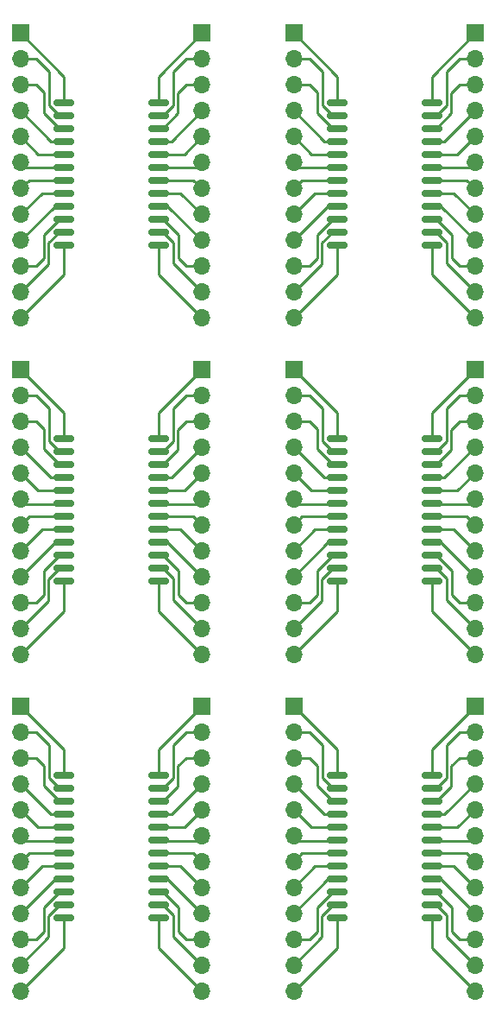
<source format=gbr>
%TF.GenerationSoftware,KiCad,Pcbnew,(6.0.0)*%
%TF.CreationDate,2022-01-18T21:24:02-05:00*%
%TF.ProjectId,WSOIC-24_7.5mm PANEL,57534f49-432d-4323-945f-372e356d6d20,rev?*%
%TF.SameCoordinates,Original*%
%TF.FileFunction,Copper,L1,Top*%
%TF.FilePolarity,Positive*%
%FSLAX46Y46*%
G04 Gerber Fmt 4.6, Leading zero omitted, Abs format (unit mm)*
G04 Created by KiCad (PCBNEW (6.0.0)) date 2022-01-18 21:24:02*
%MOMM*%
%LPD*%
G01*
G04 APERTURE LIST*
G04 Aperture macros list*
%AMRoundRect*
0 Rectangle with rounded corners*
0 $1 Rounding radius*
0 $2 $3 $4 $5 $6 $7 $8 $9 X,Y pos of 4 corners*
0 Add a 4 corners polygon primitive as box body*
4,1,4,$2,$3,$4,$5,$6,$7,$8,$9,$2,$3,0*
0 Add four circle primitives for the rounded corners*
1,1,$1+$1,$2,$3*
1,1,$1+$1,$4,$5*
1,1,$1+$1,$6,$7*
1,1,$1+$1,$8,$9*
0 Add four rect primitives between the rounded corners*
20,1,$1+$1,$2,$3,$4,$5,0*
20,1,$1+$1,$4,$5,$6,$7,0*
20,1,$1+$1,$6,$7,$8,$9,0*
20,1,$1+$1,$8,$9,$2,$3,0*%
G04 Aperture macros list end*
%TA.AperFunction,ComponentPad*%
%ADD10R,1.700000X1.700000*%
%TD*%
%TA.AperFunction,ComponentPad*%
%ADD11O,1.700000X1.700000*%
%TD*%
%TA.AperFunction,SMDPad,CuDef*%
%ADD12RoundRect,0.150000X-0.875000X-0.150000X0.875000X-0.150000X0.875000X0.150000X-0.875000X0.150000X0*%
%TD*%
%TA.AperFunction,Conductor*%
%ADD13C,0.250000*%
%TD*%
G04 APERTURE END LIST*
D10*
%TO.P,J2,1,Pin_1*%
%TO.N,Board_3-Net-(J2-Pad1)*%
X85718004Y-69018003D03*
D11*
%TO.P,J2,2,Pin_2*%
%TO.N,Board_3-Net-(J2-Pad2)*%
X85718004Y-71558003D03*
%TO.P,J2,3,Pin_3*%
%TO.N,Board_3-Net-(U1-Pad22)*%
X85718004Y-74098003D03*
%TO.P,J2,4,Pin_4*%
%TO.N,Board_3-Net-(U1-Pad21)*%
X85718004Y-76638003D03*
%TO.P,J2,5,Pin_5*%
%TO.N,Board_3-Net-(U1-Pad20)*%
X85718004Y-79178003D03*
%TO.P,J2,6,Pin_6*%
%TO.N,Board_3-Net-(U1-Pad19)*%
X85718004Y-81718003D03*
%TO.P,J2,7,Pin_7*%
%TO.N,Board_3-Net-(U1-Pad18)*%
X85718004Y-84258003D03*
%TO.P,J2,8,Pin_8*%
%TO.N,Board_3-Net-(U1-Pad17)*%
X85718004Y-86798003D03*
%TO.P,J2,9,Pin_9*%
%TO.N,Board_3-Net-(U1-Pad16)*%
X85718004Y-89338003D03*
%TO.P,J2,10,Pin_10*%
%TO.N,Board_3-Net-(U1-Pad15)*%
X85718004Y-91878003D03*
%TO.P,J2,11,Pin_11*%
%TO.N,Board_3-Net-(U1-Pad14)*%
X85718004Y-94418003D03*
%TO.P,J2,12,Pin_12*%
%TO.N,Board_3-Net-(U1-Pad13)*%
X85718004Y-96958003D03*
%TD*%
D12*
%TO.P,U1,1,1*%
%TO.N,Board_3-Net-(J1-Pad1)*%
X72178004Y-75803003D03*
%TO.P,U1,2,2*%
%TO.N,Board_3-Net-(J1-Pad2)*%
X72178004Y-77073003D03*
%TO.P,U1,3,3*%
%TO.N,Board_3-Net-(J1-Pad3)*%
X72178004Y-78343003D03*
%TO.P,U1,4,4*%
%TO.N,Board_3-Net-(J1-Pad4)*%
X72178004Y-79613003D03*
%TO.P,U1,5,5*%
%TO.N,Board_3-Net-(J1-Pad5)*%
X72178004Y-80883003D03*
%TO.P,U1,6,6*%
%TO.N,Board_3-Net-(J1-Pad6)*%
X72178004Y-82153003D03*
%TO.P,U1,7,7*%
%TO.N,Board_3-Net-(J1-Pad7)*%
X72178004Y-83423003D03*
%TO.P,U1,8,8*%
%TO.N,Board_3-Net-(J1-Pad8)*%
X72178004Y-84693003D03*
%TO.P,U1,9,9*%
%TO.N,Board_3-Net-(J1-Pad9)*%
X72178004Y-85963003D03*
%TO.P,U1,10,10*%
%TO.N,Board_3-Net-(J1-Pad10)*%
X72178004Y-87233003D03*
%TO.P,U1,11,11*%
%TO.N,Board_3-Net-(J1-Pad11)*%
X72178004Y-88503003D03*
%TO.P,U1,12,12*%
%TO.N,Board_3-Net-(J1-Pad12)*%
X72178004Y-89773003D03*
%TO.P,U1,13,13*%
%TO.N,Board_3-Net-(U1-Pad13)*%
X81478004Y-89773003D03*
%TO.P,U1,14,14*%
%TO.N,Board_3-Net-(U1-Pad14)*%
X81478004Y-88503003D03*
%TO.P,U1,15,15*%
%TO.N,Board_3-Net-(U1-Pad15)*%
X81478004Y-87233003D03*
%TO.P,U1,16,16*%
%TO.N,Board_3-Net-(U1-Pad16)*%
X81478004Y-85963003D03*
%TO.P,U1,17,17*%
%TO.N,Board_3-Net-(U1-Pad17)*%
X81478004Y-84693003D03*
%TO.P,U1,18,18*%
%TO.N,Board_3-Net-(U1-Pad18)*%
X81478004Y-83423003D03*
%TO.P,U1,19,19*%
%TO.N,Board_3-Net-(U1-Pad19)*%
X81478004Y-82153003D03*
%TO.P,U1,20,20*%
%TO.N,Board_3-Net-(U1-Pad20)*%
X81478004Y-80883003D03*
%TO.P,U1,21,21*%
%TO.N,Board_3-Net-(U1-Pad21)*%
X81478004Y-79613003D03*
%TO.P,U1,22,22*%
%TO.N,Board_3-Net-(U1-Pad22)*%
X81478004Y-78343003D03*
%TO.P,U1,23,23*%
%TO.N,Board_3-Net-(J2-Pad2)*%
X81478004Y-77073003D03*
%TO.P,U1,24,24*%
%TO.N,Board_3-Net-(J2-Pad1)*%
X81478004Y-75803003D03*
%TD*%
D10*
%TO.P,J2,1,Pin_1*%
%TO.N,Board_2-Net-(J2-Pad1)*%
X58889997Y-69018003D03*
D11*
%TO.P,J2,2,Pin_2*%
%TO.N,Board_2-Net-(J2-Pad2)*%
X58889997Y-71558003D03*
%TO.P,J2,3,Pin_3*%
%TO.N,Board_2-Net-(U1-Pad22)*%
X58889997Y-74098003D03*
%TO.P,J2,4,Pin_4*%
%TO.N,Board_2-Net-(U1-Pad21)*%
X58889997Y-76638003D03*
%TO.P,J2,5,Pin_5*%
%TO.N,Board_2-Net-(U1-Pad20)*%
X58889997Y-79178003D03*
%TO.P,J2,6,Pin_6*%
%TO.N,Board_2-Net-(U1-Pad19)*%
X58889997Y-81718003D03*
%TO.P,J2,7,Pin_7*%
%TO.N,Board_2-Net-(U1-Pad18)*%
X58889997Y-84258003D03*
%TO.P,J2,8,Pin_8*%
%TO.N,Board_2-Net-(U1-Pad17)*%
X58889997Y-86798003D03*
%TO.P,J2,9,Pin_9*%
%TO.N,Board_2-Net-(U1-Pad16)*%
X58889997Y-89338003D03*
%TO.P,J2,10,Pin_10*%
%TO.N,Board_2-Net-(U1-Pad15)*%
X58889997Y-91878003D03*
%TO.P,J2,11,Pin_11*%
%TO.N,Board_2-Net-(U1-Pad14)*%
X58889997Y-94418003D03*
%TO.P,J2,12,Pin_12*%
%TO.N,Board_2-Net-(U1-Pad13)*%
X58889997Y-96958003D03*
%TD*%
D12*
%TO.P,U1,1,1*%
%TO.N,Board_5-Net-(J1-Pad1)*%
X72178004Y-108791008D03*
%TO.P,U1,2,2*%
%TO.N,Board_5-Net-(J1-Pad2)*%
X72178004Y-110061008D03*
%TO.P,U1,3,3*%
%TO.N,Board_5-Net-(J1-Pad3)*%
X72178004Y-111331008D03*
%TO.P,U1,4,4*%
%TO.N,Board_5-Net-(J1-Pad4)*%
X72178004Y-112601008D03*
%TO.P,U1,5,5*%
%TO.N,Board_5-Net-(J1-Pad5)*%
X72178004Y-113871008D03*
%TO.P,U1,6,6*%
%TO.N,Board_5-Net-(J1-Pad6)*%
X72178004Y-115141008D03*
%TO.P,U1,7,7*%
%TO.N,Board_5-Net-(J1-Pad7)*%
X72178004Y-116411008D03*
%TO.P,U1,8,8*%
%TO.N,Board_5-Net-(J1-Pad8)*%
X72178004Y-117681008D03*
%TO.P,U1,9,9*%
%TO.N,Board_5-Net-(J1-Pad9)*%
X72178004Y-118951008D03*
%TO.P,U1,10,10*%
%TO.N,Board_5-Net-(J1-Pad10)*%
X72178004Y-120221008D03*
%TO.P,U1,11,11*%
%TO.N,Board_5-Net-(J1-Pad11)*%
X72178004Y-121491008D03*
%TO.P,U1,12,12*%
%TO.N,Board_5-Net-(J1-Pad12)*%
X72178004Y-122761008D03*
%TO.P,U1,13,13*%
%TO.N,Board_5-Net-(U1-Pad13)*%
X81478004Y-122761008D03*
%TO.P,U1,14,14*%
%TO.N,Board_5-Net-(U1-Pad14)*%
X81478004Y-121491008D03*
%TO.P,U1,15,15*%
%TO.N,Board_5-Net-(U1-Pad15)*%
X81478004Y-120221008D03*
%TO.P,U1,16,16*%
%TO.N,Board_5-Net-(U1-Pad16)*%
X81478004Y-118951008D03*
%TO.P,U1,17,17*%
%TO.N,Board_5-Net-(U1-Pad17)*%
X81478004Y-117681008D03*
%TO.P,U1,18,18*%
%TO.N,Board_5-Net-(U1-Pad18)*%
X81478004Y-116411008D03*
%TO.P,U1,19,19*%
%TO.N,Board_5-Net-(U1-Pad19)*%
X81478004Y-115141008D03*
%TO.P,U1,20,20*%
%TO.N,Board_5-Net-(U1-Pad20)*%
X81478004Y-113871008D03*
%TO.P,U1,21,21*%
%TO.N,Board_5-Net-(U1-Pad21)*%
X81478004Y-112601008D03*
%TO.P,U1,22,22*%
%TO.N,Board_5-Net-(U1-Pad22)*%
X81478004Y-111331008D03*
%TO.P,U1,23,23*%
%TO.N,Board_5-Net-(J2-Pad2)*%
X81478004Y-110061008D03*
%TO.P,U1,24,24*%
%TO.N,Board_5-Net-(J2-Pad1)*%
X81478004Y-108791008D03*
%TD*%
D10*
%TO.P,J1,1,Pin_1*%
%TO.N,Board_0-Net-(J1-Pad1)*%
X41109997Y-36029998D03*
D11*
%TO.P,J1,2,Pin_2*%
%TO.N,Board_0-Net-(J1-Pad2)*%
X41109997Y-38569998D03*
%TO.P,J1,3,Pin_3*%
%TO.N,Board_0-Net-(J1-Pad3)*%
X41109997Y-41109998D03*
%TO.P,J1,4,Pin_4*%
%TO.N,Board_0-Net-(J1-Pad4)*%
X41109997Y-43649998D03*
%TO.P,J1,5,Pin_5*%
%TO.N,Board_0-Net-(J1-Pad5)*%
X41109997Y-46189998D03*
%TO.P,J1,6,Pin_6*%
%TO.N,Board_0-Net-(J1-Pad6)*%
X41109997Y-48729998D03*
%TO.P,J1,7,Pin_7*%
%TO.N,Board_0-Net-(J1-Pad7)*%
X41109997Y-51269998D03*
%TO.P,J1,8,Pin_8*%
%TO.N,Board_0-Net-(J1-Pad8)*%
X41109997Y-53809998D03*
%TO.P,J1,9,Pin_9*%
%TO.N,Board_0-Net-(J1-Pad9)*%
X41109997Y-56349998D03*
%TO.P,J1,10,Pin_10*%
%TO.N,Board_0-Net-(J1-Pad10)*%
X41109997Y-58889998D03*
%TO.P,J1,11,Pin_11*%
%TO.N,Board_0-Net-(J1-Pad11)*%
X41109997Y-61429998D03*
%TO.P,J1,12,Pin_12*%
%TO.N,Board_0-Net-(J1-Pad12)*%
X41109997Y-63969998D03*
%TD*%
D10*
%TO.P,J2,1,Pin_1*%
%TO.N,Board_5-Net-(J2-Pad1)*%
X85718004Y-102006008D03*
D11*
%TO.P,J2,2,Pin_2*%
%TO.N,Board_5-Net-(J2-Pad2)*%
X85718004Y-104546008D03*
%TO.P,J2,3,Pin_3*%
%TO.N,Board_5-Net-(U1-Pad22)*%
X85718004Y-107086008D03*
%TO.P,J2,4,Pin_4*%
%TO.N,Board_5-Net-(U1-Pad21)*%
X85718004Y-109626008D03*
%TO.P,J2,5,Pin_5*%
%TO.N,Board_5-Net-(U1-Pad20)*%
X85718004Y-112166008D03*
%TO.P,J2,6,Pin_6*%
%TO.N,Board_5-Net-(U1-Pad19)*%
X85718004Y-114706008D03*
%TO.P,J2,7,Pin_7*%
%TO.N,Board_5-Net-(U1-Pad18)*%
X85718004Y-117246008D03*
%TO.P,J2,8,Pin_8*%
%TO.N,Board_5-Net-(U1-Pad17)*%
X85718004Y-119786008D03*
%TO.P,J2,9,Pin_9*%
%TO.N,Board_5-Net-(U1-Pad16)*%
X85718004Y-122326008D03*
%TO.P,J2,10,Pin_10*%
%TO.N,Board_5-Net-(U1-Pad15)*%
X85718004Y-124866008D03*
%TO.P,J2,11,Pin_11*%
%TO.N,Board_5-Net-(U1-Pad14)*%
X85718004Y-127406008D03*
%TO.P,J2,12,Pin_12*%
%TO.N,Board_5-Net-(U1-Pad13)*%
X85718004Y-129946008D03*
%TD*%
D12*
%TO.P,U1,1,1*%
%TO.N,Board_4-Net-(J1-Pad1)*%
X45349997Y-108791008D03*
%TO.P,U1,2,2*%
%TO.N,Board_4-Net-(J1-Pad2)*%
X45349997Y-110061008D03*
%TO.P,U1,3,3*%
%TO.N,Board_4-Net-(J1-Pad3)*%
X45349997Y-111331008D03*
%TO.P,U1,4,4*%
%TO.N,Board_4-Net-(J1-Pad4)*%
X45349997Y-112601008D03*
%TO.P,U1,5,5*%
%TO.N,Board_4-Net-(J1-Pad5)*%
X45349997Y-113871008D03*
%TO.P,U1,6,6*%
%TO.N,Board_4-Net-(J1-Pad6)*%
X45349997Y-115141008D03*
%TO.P,U1,7,7*%
%TO.N,Board_4-Net-(J1-Pad7)*%
X45349997Y-116411008D03*
%TO.P,U1,8,8*%
%TO.N,Board_4-Net-(J1-Pad8)*%
X45349997Y-117681008D03*
%TO.P,U1,9,9*%
%TO.N,Board_4-Net-(J1-Pad9)*%
X45349997Y-118951008D03*
%TO.P,U1,10,10*%
%TO.N,Board_4-Net-(J1-Pad10)*%
X45349997Y-120221008D03*
%TO.P,U1,11,11*%
%TO.N,Board_4-Net-(J1-Pad11)*%
X45349997Y-121491008D03*
%TO.P,U1,12,12*%
%TO.N,Board_4-Net-(J1-Pad12)*%
X45349997Y-122761008D03*
%TO.P,U1,13,13*%
%TO.N,Board_4-Net-(U1-Pad13)*%
X54649997Y-122761008D03*
%TO.P,U1,14,14*%
%TO.N,Board_4-Net-(U1-Pad14)*%
X54649997Y-121491008D03*
%TO.P,U1,15,15*%
%TO.N,Board_4-Net-(U1-Pad15)*%
X54649997Y-120221008D03*
%TO.P,U1,16,16*%
%TO.N,Board_4-Net-(U1-Pad16)*%
X54649997Y-118951008D03*
%TO.P,U1,17,17*%
%TO.N,Board_4-Net-(U1-Pad17)*%
X54649997Y-117681008D03*
%TO.P,U1,18,18*%
%TO.N,Board_4-Net-(U1-Pad18)*%
X54649997Y-116411008D03*
%TO.P,U1,19,19*%
%TO.N,Board_4-Net-(U1-Pad19)*%
X54649997Y-115141008D03*
%TO.P,U1,20,20*%
%TO.N,Board_4-Net-(U1-Pad20)*%
X54649997Y-113871008D03*
%TO.P,U1,21,21*%
%TO.N,Board_4-Net-(U1-Pad21)*%
X54649997Y-112601008D03*
%TO.P,U1,22,22*%
%TO.N,Board_4-Net-(U1-Pad22)*%
X54649997Y-111331008D03*
%TO.P,U1,23,23*%
%TO.N,Board_4-Net-(J2-Pad2)*%
X54649997Y-110061008D03*
%TO.P,U1,24,24*%
%TO.N,Board_4-Net-(J2-Pad1)*%
X54649997Y-108791008D03*
%TD*%
D10*
%TO.P,J2,1,Pin_1*%
%TO.N,Board_4-Net-(J2-Pad1)*%
X58889997Y-102006008D03*
D11*
%TO.P,J2,2,Pin_2*%
%TO.N,Board_4-Net-(J2-Pad2)*%
X58889997Y-104546008D03*
%TO.P,J2,3,Pin_3*%
%TO.N,Board_4-Net-(U1-Pad22)*%
X58889997Y-107086008D03*
%TO.P,J2,4,Pin_4*%
%TO.N,Board_4-Net-(U1-Pad21)*%
X58889997Y-109626008D03*
%TO.P,J2,5,Pin_5*%
%TO.N,Board_4-Net-(U1-Pad20)*%
X58889997Y-112166008D03*
%TO.P,J2,6,Pin_6*%
%TO.N,Board_4-Net-(U1-Pad19)*%
X58889997Y-114706008D03*
%TO.P,J2,7,Pin_7*%
%TO.N,Board_4-Net-(U1-Pad18)*%
X58889997Y-117246008D03*
%TO.P,J2,8,Pin_8*%
%TO.N,Board_4-Net-(U1-Pad17)*%
X58889997Y-119786008D03*
%TO.P,J2,9,Pin_9*%
%TO.N,Board_4-Net-(U1-Pad16)*%
X58889997Y-122326008D03*
%TO.P,J2,10,Pin_10*%
%TO.N,Board_4-Net-(U1-Pad15)*%
X58889997Y-124866008D03*
%TO.P,J2,11,Pin_11*%
%TO.N,Board_4-Net-(U1-Pad14)*%
X58889997Y-127406008D03*
%TO.P,J2,12,Pin_12*%
%TO.N,Board_4-Net-(U1-Pad13)*%
X58889997Y-129946008D03*
%TD*%
D10*
%TO.P,J1,1,Pin_1*%
%TO.N,Board_2-Net-(J1-Pad1)*%
X41109997Y-69018003D03*
D11*
%TO.P,J1,2,Pin_2*%
%TO.N,Board_2-Net-(J1-Pad2)*%
X41109997Y-71558003D03*
%TO.P,J1,3,Pin_3*%
%TO.N,Board_2-Net-(J1-Pad3)*%
X41109997Y-74098003D03*
%TO.P,J1,4,Pin_4*%
%TO.N,Board_2-Net-(J1-Pad4)*%
X41109997Y-76638003D03*
%TO.P,J1,5,Pin_5*%
%TO.N,Board_2-Net-(J1-Pad5)*%
X41109997Y-79178003D03*
%TO.P,J1,6,Pin_6*%
%TO.N,Board_2-Net-(J1-Pad6)*%
X41109997Y-81718003D03*
%TO.P,J1,7,Pin_7*%
%TO.N,Board_2-Net-(J1-Pad7)*%
X41109997Y-84258003D03*
%TO.P,J1,8,Pin_8*%
%TO.N,Board_2-Net-(J1-Pad8)*%
X41109997Y-86798003D03*
%TO.P,J1,9,Pin_9*%
%TO.N,Board_2-Net-(J1-Pad9)*%
X41109997Y-89338003D03*
%TO.P,J1,10,Pin_10*%
%TO.N,Board_2-Net-(J1-Pad10)*%
X41109997Y-91878003D03*
%TO.P,J1,11,Pin_11*%
%TO.N,Board_2-Net-(J1-Pad11)*%
X41109997Y-94418003D03*
%TO.P,J1,12,Pin_12*%
%TO.N,Board_2-Net-(J1-Pad12)*%
X41109997Y-96958003D03*
%TD*%
D12*
%TO.P,U1,1,1*%
%TO.N,Board_0-Net-(J1-Pad1)*%
X45349997Y-42814998D03*
%TO.P,U1,2,2*%
%TO.N,Board_0-Net-(J1-Pad2)*%
X45349997Y-44084998D03*
%TO.P,U1,3,3*%
%TO.N,Board_0-Net-(J1-Pad3)*%
X45349997Y-45354998D03*
%TO.P,U1,4,4*%
%TO.N,Board_0-Net-(J1-Pad4)*%
X45349997Y-46624998D03*
%TO.P,U1,5,5*%
%TO.N,Board_0-Net-(J1-Pad5)*%
X45349997Y-47894998D03*
%TO.P,U1,6,6*%
%TO.N,Board_0-Net-(J1-Pad6)*%
X45349997Y-49164998D03*
%TO.P,U1,7,7*%
%TO.N,Board_0-Net-(J1-Pad7)*%
X45349997Y-50434998D03*
%TO.P,U1,8,8*%
%TO.N,Board_0-Net-(J1-Pad8)*%
X45349997Y-51704998D03*
%TO.P,U1,9,9*%
%TO.N,Board_0-Net-(J1-Pad9)*%
X45349997Y-52974998D03*
%TO.P,U1,10,10*%
%TO.N,Board_0-Net-(J1-Pad10)*%
X45349997Y-54244998D03*
%TO.P,U1,11,11*%
%TO.N,Board_0-Net-(J1-Pad11)*%
X45349997Y-55514998D03*
%TO.P,U1,12,12*%
%TO.N,Board_0-Net-(J1-Pad12)*%
X45349997Y-56784998D03*
%TO.P,U1,13,13*%
%TO.N,Board_0-Net-(U1-Pad13)*%
X54649997Y-56784998D03*
%TO.P,U1,14,14*%
%TO.N,Board_0-Net-(U1-Pad14)*%
X54649997Y-55514998D03*
%TO.P,U1,15,15*%
%TO.N,Board_0-Net-(U1-Pad15)*%
X54649997Y-54244998D03*
%TO.P,U1,16,16*%
%TO.N,Board_0-Net-(U1-Pad16)*%
X54649997Y-52974998D03*
%TO.P,U1,17,17*%
%TO.N,Board_0-Net-(U1-Pad17)*%
X54649997Y-51704998D03*
%TO.P,U1,18,18*%
%TO.N,Board_0-Net-(U1-Pad18)*%
X54649997Y-50434998D03*
%TO.P,U1,19,19*%
%TO.N,Board_0-Net-(U1-Pad19)*%
X54649997Y-49164998D03*
%TO.P,U1,20,20*%
%TO.N,Board_0-Net-(U1-Pad20)*%
X54649997Y-47894998D03*
%TO.P,U1,21,21*%
%TO.N,Board_0-Net-(U1-Pad21)*%
X54649997Y-46624998D03*
%TO.P,U1,22,22*%
%TO.N,Board_0-Net-(U1-Pad22)*%
X54649997Y-45354998D03*
%TO.P,U1,23,23*%
%TO.N,Board_0-Net-(J2-Pad2)*%
X54649997Y-44084998D03*
%TO.P,U1,24,24*%
%TO.N,Board_0-Net-(J2-Pad1)*%
X54649997Y-42814998D03*
%TD*%
D10*
%TO.P,J1,1,Pin_1*%
%TO.N,Board_4-Net-(J1-Pad1)*%
X41109997Y-102006008D03*
D11*
%TO.P,J1,2,Pin_2*%
%TO.N,Board_4-Net-(J1-Pad2)*%
X41109997Y-104546008D03*
%TO.P,J1,3,Pin_3*%
%TO.N,Board_4-Net-(J1-Pad3)*%
X41109997Y-107086008D03*
%TO.P,J1,4,Pin_4*%
%TO.N,Board_4-Net-(J1-Pad4)*%
X41109997Y-109626008D03*
%TO.P,J1,5,Pin_5*%
%TO.N,Board_4-Net-(J1-Pad5)*%
X41109997Y-112166008D03*
%TO.P,J1,6,Pin_6*%
%TO.N,Board_4-Net-(J1-Pad6)*%
X41109997Y-114706008D03*
%TO.P,J1,7,Pin_7*%
%TO.N,Board_4-Net-(J1-Pad7)*%
X41109997Y-117246008D03*
%TO.P,J1,8,Pin_8*%
%TO.N,Board_4-Net-(J1-Pad8)*%
X41109997Y-119786008D03*
%TO.P,J1,9,Pin_9*%
%TO.N,Board_4-Net-(J1-Pad9)*%
X41109997Y-122326008D03*
%TO.P,J1,10,Pin_10*%
%TO.N,Board_4-Net-(J1-Pad10)*%
X41109997Y-124866008D03*
%TO.P,J1,11,Pin_11*%
%TO.N,Board_4-Net-(J1-Pad11)*%
X41109997Y-127406008D03*
%TO.P,J1,12,Pin_12*%
%TO.N,Board_4-Net-(J1-Pad12)*%
X41109997Y-129946008D03*
%TD*%
D12*
%TO.P,U1,1,1*%
%TO.N,Board_1-Net-(J1-Pad1)*%
X72178004Y-42814998D03*
%TO.P,U1,2,2*%
%TO.N,Board_1-Net-(J1-Pad2)*%
X72178004Y-44084998D03*
%TO.P,U1,3,3*%
%TO.N,Board_1-Net-(J1-Pad3)*%
X72178004Y-45354998D03*
%TO.P,U1,4,4*%
%TO.N,Board_1-Net-(J1-Pad4)*%
X72178004Y-46624998D03*
%TO.P,U1,5,5*%
%TO.N,Board_1-Net-(J1-Pad5)*%
X72178004Y-47894998D03*
%TO.P,U1,6,6*%
%TO.N,Board_1-Net-(J1-Pad6)*%
X72178004Y-49164998D03*
%TO.P,U1,7,7*%
%TO.N,Board_1-Net-(J1-Pad7)*%
X72178004Y-50434998D03*
%TO.P,U1,8,8*%
%TO.N,Board_1-Net-(J1-Pad8)*%
X72178004Y-51704998D03*
%TO.P,U1,9,9*%
%TO.N,Board_1-Net-(J1-Pad9)*%
X72178004Y-52974998D03*
%TO.P,U1,10,10*%
%TO.N,Board_1-Net-(J1-Pad10)*%
X72178004Y-54244998D03*
%TO.P,U1,11,11*%
%TO.N,Board_1-Net-(J1-Pad11)*%
X72178004Y-55514998D03*
%TO.P,U1,12,12*%
%TO.N,Board_1-Net-(J1-Pad12)*%
X72178004Y-56784998D03*
%TO.P,U1,13,13*%
%TO.N,Board_1-Net-(U1-Pad13)*%
X81478004Y-56784998D03*
%TO.P,U1,14,14*%
%TO.N,Board_1-Net-(U1-Pad14)*%
X81478004Y-55514998D03*
%TO.P,U1,15,15*%
%TO.N,Board_1-Net-(U1-Pad15)*%
X81478004Y-54244998D03*
%TO.P,U1,16,16*%
%TO.N,Board_1-Net-(U1-Pad16)*%
X81478004Y-52974998D03*
%TO.P,U1,17,17*%
%TO.N,Board_1-Net-(U1-Pad17)*%
X81478004Y-51704998D03*
%TO.P,U1,18,18*%
%TO.N,Board_1-Net-(U1-Pad18)*%
X81478004Y-50434998D03*
%TO.P,U1,19,19*%
%TO.N,Board_1-Net-(U1-Pad19)*%
X81478004Y-49164998D03*
%TO.P,U1,20,20*%
%TO.N,Board_1-Net-(U1-Pad20)*%
X81478004Y-47894998D03*
%TO.P,U1,21,21*%
%TO.N,Board_1-Net-(U1-Pad21)*%
X81478004Y-46624998D03*
%TO.P,U1,22,22*%
%TO.N,Board_1-Net-(U1-Pad22)*%
X81478004Y-45354998D03*
%TO.P,U1,23,23*%
%TO.N,Board_1-Net-(J2-Pad2)*%
X81478004Y-44084998D03*
%TO.P,U1,24,24*%
%TO.N,Board_1-Net-(J2-Pad1)*%
X81478004Y-42814998D03*
%TD*%
D10*
%TO.P,J2,1,Pin_1*%
%TO.N,Board_1-Net-(J2-Pad1)*%
X85718004Y-36029998D03*
D11*
%TO.P,J2,2,Pin_2*%
%TO.N,Board_1-Net-(J2-Pad2)*%
X85718004Y-38569998D03*
%TO.P,J2,3,Pin_3*%
%TO.N,Board_1-Net-(U1-Pad22)*%
X85718004Y-41109998D03*
%TO.P,J2,4,Pin_4*%
%TO.N,Board_1-Net-(U1-Pad21)*%
X85718004Y-43649998D03*
%TO.P,J2,5,Pin_5*%
%TO.N,Board_1-Net-(U1-Pad20)*%
X85718004Y-46189998D03*
%TO.P,J2,6,Pin_6*%
%TO.N,Board_1-Net-(U1-Pad19)*%
X85718004Y-48729998D03*
%TO.P,J2,7,Pin_7*%
%TO.N,Board_1-Net-(U1-Pad18)*%
X85718004Y-51269998D03*
%TO.P,J2,8,Pin_8*%
%TO.N,Board_1-Net-(U1-Pad17)*%
X85718004Y-53809998D03*
%TO.P,J2,9,Pin_9*%
%TO.N,Board_1-Net-(U1-Pad16)*%
X85718004Y-56349998D03*
%TO.P,J2,10,Pin_10*%
%TO.N,Board_1-Net-(U1-Pad15)*%
X85718004Y-58889998D03*
%TO.P,J2,11,Pin_11*%
%TO.N,Board_1-Net-(U1-Pad14)*%
X85718004Y-61429998D03*
%TO.P,J2,12,Pin_12*%
%TO.N,Board_1-Net-(U1-Pad13)*%
X85718004Y-63969998D03*
%TD*%
D10*
%TO.P,J1,1,Pin_1*%
%TO.N,Board_1-Net-(J1-Pad1)*%
X67938004Y-36029998D03*
D11*
%TO.P,J1,2,Pin_2*%
%TO.N,Board_1-Net-(J1-Pad2)*%
X67938004Y-38569998D03*
%TO.P,J1,3,Pin_3*%
%TO.N,Board_1-Net-(J1-Pad3)*%
X67938004Y-41109998D03*
%TO.P,J1,4,Pin_4*%
%TO.N,Board_1-Net-(J1-Pad4)*%
X67938004Y-43649998D03*
%TO.P,J1,5,Pin_5*%
%TO.N,Board_1-Net-(J1-Pad5)*%
X67938004Y-46189998D03*
%TO.P,J1,6,Pin_6*%
%TO.N,Board_1-Net-(J1-Pad6)*%
X67938004Y-48729998D03*
%TO.P,J1,7,Pin_7*%
%TO.N,Board_1-Net-(J1-Pad7)*%
X67938004Y-51269998D03*
%TO.P,J1,8,Pin_8*%
%TO.N,Board_1-Net-(J1-Pad8)*%
X67938004Y-53809998D03*
%TO.P,J1,9,Pin_9*%
%TO.N,Board_1-Net-(J1-Pad9)*%
X67938004Y-56349998D03*
%TO.P,J1,10,Pin_10*%
%TO.N,Board_1-Net-(J1-Pad10)*%
X67938004Y-58889998D03*
%TO.P,J1,11,Pin_11*%
%TO.N,Board_1-Net-(J1-Pad11)*%
X67938004Y-61429998D03*
%TO.P,J1,12,Pin_12*%
%TO.N,Board_1-Net-(J1-Pad12)*%
X67938004Y-63969998D03*
%TD*%
D10*
%TO.P,J1,1,Pin_1*%
%TO.N,Board_5-Net-(J1-Pad1)*%
X67938004Y-102006008D03*
D11*
%TO.P,J1,2,Pin_2*%
%TO.N,Board_5-Net-(J1-Pad2)*%
X67938004Y-104546008D03*
%TO.P,J1,3,Pin_3*%
%TO.N,Board_5-Net-(J1-Pad3)*%
X67938004Y-107086008D03*
%TO.P,J1,4,Pin_4*%
%TO.N,Board_5-Net-(J1-Pad4)*%
X67938004Y-109626008D03*
%TO.P,J1,5,Pin_5*%
%TO.N,Board_5-Net-(J1-Pad5)*%
X67938004Y-112166008D03*
%TO.P,J1,6,Pin_6*%
%TO.N,Board_5-Net-(J1-Pad6)*%
X67938004Y-114706008D03*
%TO.P,J1,7,Pin_7*%
%TO.N,Board_5-Net-(J1-Pad7)*%
X67938004Y-117246008D03*
%TO.P,J1,8,Pin_8*%
%TO.N,Board_5-Net-(J1-Pad8)*%
X67938004Y-119786008D03*
%TO.P,J1,9,Pin_9*%
%TO.N,Board_5-Net-(J1-Pad9)*%
X67938004Y-122326008D03*
%TO.P,J1,10,Pin_10*%
%TO.N,Board_5-Net-(J1-Pad10)*%
X67938004Y-124866008D03*
%TO.P,J1,11,Pin_11*%
%TO.N,Board_5-Net-(J1-Pad11)*%
X67938004Y-127406008D03*
%TO.P,J1,12,Pin_12*%
%TO.N,Board_5-Net-(J1-Pad12)*%
X67938004Y-129946008D03*
%TD*%
D10*
%TO.P,J1,1,Pin_1*%
%TO.N,Board_3-Net-(J1-Pad1)*%
X67938004Y-69018003D03*
D11*
%TO.P,J1,2,Pin_2*%
%TO.N,Board_3-Net-(J1-Pad2)*%
X67938004Y-71558003D03*
%TO.P,J1,3,Pin_3*%
%TO.N,Board_3-Net-(J1-Pad3)*%
X67938004Y-74098003D03*
%TO.P,J1,4,Pin_4*%
%TO.N,Board_3-Net-(J1-Pad4)*%
X67938004Y-76638003D03*
%TO.P,J1,5,Pin_5*%
%TO.N,Board_3-Net-(J1-Pad5)*%
X67938004Y-79178003D03*
%TO.P,J1,6,Pin_6*%
%TO.N,Board_3-Net-(J1-Pad6)*%
X67938004Y-81718003D03*
%TO.P,J1,7,Pin_7*%
%TO.N,Board_3-Net-(J1-Pad7)*%
X67938004Y-84258003D03*
%TO.P,J1,8,Pin_8*%
%TO.N,Board_3-Net-(J1-Pad8)*%
X67938004Y-86798003D03*
%TO.P,J1,9,Pin_9*%
%TO.N,Board_3-Net-(J1-Pad9)*%
X67938004Y-89338003D03*
%TO.P,J1,10,Pin_10*%
%TO.N,Board_3-Net-(J1-Pad10)*%
X67938004Y-91878003D03*
%TO.P,J1,11,Pin_11*%
%TO.N,Board_3-Net-(J1-Pad11)*%
X67938004Y-94418003D03*
%TO.P,J1,12,Pin_12*%
%TO.N,Board_3-Net-(J1-Pad12)*%
X67938004Y-96958003D03*
%TD*%
D10*
%TO.P,J2,1,Pin_1*%
%TO.N,Board_0-Net-(J2-Pad1)*%
X58889997Y-36029998D03*
D11*
%TO.P,J2,2,Pin_2*%
%TO.N,Board_0-Net-(J2-Pad2)*%
X58889997Y-38569998D03*
%TO.P,J2,3,Pin_3*%
%TO.N,Board_0-Net-(U1-Pad22)*%
X58889997Y-41109998D03*
%TO.P,J2,4,Pin_4*%
%TO.N,Board_0-Net-(U1-Pad21)*%
X58889997Y-43649998D03*
%TO.P,J2,5,Pin_5*%
%TO.N,Board_0-Net-(U1-Pad20)*%
X58889997Y-46189998D03*
%TO.P,J2,6,Pin_6*%
%TO.N,Board_0-Net-(U1-Pad19)*%
X58889997Y-48729998D03*
%TO.P,J2,7,Pin_7*%
%TO.N,Board_0-Net-(U1-Pad18)*%
X58889997Y-51269998D03*
%TO.P,J2,8,Pin_8*%
%TO.N,Board_0-Net-(U1-Pad17)*%
X58889997Y-53809998D03*
%TO.P,J2,9,Pin_9*%
%TO.N,Board_0-Net-(U1-Pad16)*%
X58889997Y-56349998D03*
%TO.P,J2,10,Pin_10*%
%TO.N,Board_0-Net-(U1-Pad15)*%
X58889997Y-58889998D03*
%TO.P,J2,11,Pin_11*%
%TO.N,Board_0-Net-(U1-Pad14)*%
X58889997Y-61429998D03*
%TO.P,J2,12,Pin_12*%
%TO.N,Board_0-Net-(U1-Pad13)*%
X58889997Y-63969998D03*
%TD*%
D12*
%TO.P,U1,1,1*%
%TO.N,Board_2-Net-(J1-Pad1)*%
X45349997Y-75803003D03*
%TO.P,U1,2,2*%
%TO.N,Board_2-Net-(J1-Pad2)*%
X45349997Y-77073003D03*
%TO.P,U1,3,3*%
%TO.N,Board_2-Net-(J1-Pad3)*%
X45349997Y-78343003D03*
%TO.P,U1,4,4*%
%TO.N,Board_2-Net-(J1-Pad4)*%
X45349997Y-79613003D03*
%TO.P,U1,5,5*%
%TO.N,Board_2-Net-(J1-Pad5)*%
X45349997Y-80883003D03*
%TO.P,U1,6,6*%
%TO.N,Board_2-Net-(J1-Pad6)*%
X45349997Y-82153003D03*
%TO.P,U1,7,7*%
%TO.N,Board_2-Net-(J1-Pad7)*%
X45349997Y-83423003D03*
%TO.P,U1,8,8*%
%TO.N,Board_2-Net-(J1-Pad8)*%
X45349997Y-84693003D03*
%TO.P,U1,9,9*%
%TO.N,Board_2-Net-(J1-Pad9)*%
X45349997Y-85963003D03*
%TO.P,U1,10,10*%
%TO.N,Board_2-Net-(J1-Pad10)*%
X45349997Y-87233003D03*
%TO.P,U1,11,11*%
%TO.N,Board_2-Net-(J1-Pad11)*%
X45349997Y-88503003D03*
%TO.P,U1,12,12*%
%TO.N,Board_2-Net-(J1-Pad12)*%
X45349997Y-89773003D03*
%TO.P,U1,13,13*%
%TO.N,Board_2-Net-(U1-Pad13)*%
X54649997Y-89773003D03*
%TO.P,U1,14,14*%
%TO.N,Board_2-Net-(U1-Pad14)*%
X54649997Y-88503003D03*
%TO.P,U1,15,15*%
%TO.N,Board_2-Net-(U1-Pad15)*%
X54649997Y-87233003D03*
%TO.P,U1,16,16*%
%TO.N,Board_2-Net-(U1-Pad16)*%
X54649997Y-85963003D03*
%TO.P,U1,17,17*%
%TO.N,Board_2-Net-(U1-Pad17)*%
X54649997Y-84693003D03*
%TO.P,U1,18,18*%
%TO.N,Board_2-Net-(U1-Pad18)*%
X54649997Y-83423003D03*
%TO.P,U1,19,19*%
%TO.N,Board_2-Net-(U1-Pad19)*%
X54649997Y-82153003D03*
%TO.P,U1,20,20*%
%TO.N,Board_2-Net-(U1-Pad20)*%
X54649997Y-80883003D03*
%TO.P,U1,21,21*%
%TO.N,Board_2-Net-(U1-Pad21)*%
X54649997Y-79613003D03*
%TO.P,U1,22,22*%
%TO.N,Board_2-Net-(U1-Pad22)*%
X54649997Y-78343003D03*
%TO.P,U1,23,23*%
%TO.N,Board_2-Net-(J2-Pad2)*%
X54649997Y-77073003D03*
%TO.P,U1,24,24*%
%TO.N,Board_2-Net-(J2-Pad1)*%
X54649997Y-75803003D03*
%TD*%
D13*
%TO.N,Board_5-Net-(U1-Pad22)*%
X84194004Y-107086008D02*
X85718004Y-107086008D01*
X83373524Y-107906488D02*
X84194004Y-107086008D01*
X81478004Y-111331008D02*
X81904076Y-111331008D01*
X81904076Y-111331008D02*
X83373524Y-109861560D01*
X83373524Y-109861560D02*
X83373524Y-107906488D01*
%TO.N,Board_5-Net-(U1-Pad21)*%
X82743004Y-112601008D02*
X85718004Y-109626008D01*
X81478004Y-112601008D02*
X82743004Y-112601008D01*
%TO.N,Board_5-Net-(U1-Pad20)*%
X84013004Y-113871008D02*
X85718004Y-112166008D01*
X81478004Y-113871008D02*
X84013004Y-113871008D01*
%TO.N,Board_5-Net-(U1-Pad19)*%
X81551004Y-115214008D02*
X85210004Y-115214008D01*
X81478004Y-115141008D02*
X81551004Y-115214008D01*
X85210004Y-115214008D02*
X85718004Y-114706008D01*
%TO.N,Board_5-Net-(U1-Pad18)*%
X81478004Y-116411008D02*
X84883004Y-116411008D01*
X84883004Y-116411008D02*
X85718004Y-117246008D01*
%TO.N,Board_5-Net-(U1-Pad17)*%
X83613004Y-117681008D02*
X85718004Y-119786008D01*
X81478004Y-117681008D02*
X83613004Y-117681008D01*
%TO.N,Board_5-Net-(U1-Pad16)*%
X81478004Y-118951008D02*
X82343004Y-118951008D01*
X82343004Y-118951008D02*
X85718004Y-122326008D01*
%TO.N,Board_5-Net-(U1-Pad15)*%
X84194004Y-124866008D02*
X85718004Y-124866008D01*
X81904076Y-120221008D02*
X83432004Y-121748936D01*
X83432004Y-121748936D02*
X83432004Y-124104008D01*
X81478004Y-120221008D02*
X81904076Y-120221008D01*
X83432004Y-124104008D02*
X84194004Y-124866008D01*
%TO.N,Board_5-Net-(U1-Pad14)*%
X81478004Y-121491008D02*
X81904076Y-121491008D01*
X81904076Y-121491008D02*
X82924004Y-122510936D01*
X82924004Y-124612008D02*
X85718004Y-127406008D01*
X82924004Y-122510936D02*
X82924004Y-124612008D01*
%TO.N,Board_5-Net-(U1-Pad13)*%
X81478004Y-125706008D02*
X85718004Y-129946008D01*
X81478004Y-122761008D02*
X81478004Y-125706008D01*
%TO.N,Board_5-Net-(J2-Pad2)*%
X84194004Y-104546008D02*
X85718004Y-104546008D01*
X81478004Y-110061008D02*
X81904076Y-110061008D01*
X81904076Y-110061008D02*
X82924004Y-109041080D01*
X82924004Y-109041080D02*
X82924004Y-105816008D01*
X82924004Y-105816008D02*
X84194004Y-104546008D01*
%TO.N,Board_5-Net-(J2-Pad1)*%
X81478004Y-106246008D02*
X85718004Y-102006008D01*
X81478004Y-108791008D02*
X81478004Y-106246008D01*
%TO.N,Board_5-Net-(J1-Pad9)*%
X72178004Y-118951008D02*
X71313004Y-118951008D01*
X71313004Y-118951008D02*
X67938004Y-122326008D01*
%TO.N,Board_5-Net-(J1-Pad8)*%
X70043004Y-117681008D02*
X67938004Y-119786008D01*
X72178004Y-117681008D02*
X70043004Y-117681008D01*
%TO.N,Board_5-Net-(J1-Pad7)*%
X68773004Y-116411008D02*
X67938004Y-117246008D01*
X72178004Y-116411008D02*
X68773004Y-116411008D01*
%TO.N,Board_5-Net-(J1-Pad6)*%
X72105004Y-115214008D02*
X68446004Y-115214008D01*
X72178004Y-115141008D02*
X72105004Y-115214008D01*
X68446004Y-115214008D02*
X67938004Y-114706008D01*
%TO.N,Board_5-Net-(J1-Pad5)*%
X69643004Y-113871008D02*
X67938004Y-112166008D01*
X72178004Y-113871008D02*
X69643004Y-113871008D01*
%TO.N,Board_5-Net-(J1-Pad4)*%
X70913004Y-112601008D02*
X67938004Y-109626008D01*
X72178004Y-112601008D02*
X70913004Y-112601008D01*
%TO.N,Board_5-Net-(J1-Pad3)*%
X70224004Y-109803080D02*
X70224004Y-107848008D01*
X71751932Y-111331008D02*
X70224004Y-109803080D01*
X72178004Y-111331008D02*
X71751932Y-111331008D01*
X70224004Y-107848008D02*
X69462004Y-107086008D01*
X69462004Y-107086008D02*
X67938004Y-107086008D01*
%TO.N,Board_5-Net-(J1-Pad2)*%
X72178004Y-110061008D02*
X71751932Y-110061008D01*
X70732004Y-105816008D02*
X69462004Y-104546008D01*
X70732004Y-109041080D02*
X70732004Y-105816008D01*
X71751932Y-110061008D02*
X70732004Y-109041080D01*
X69462004Y-104546008D02*
X67938004Y-104546008D01*
%TO.N,Board_5-Net-(J1-Pad12)*%
X72178004Y-122761008D02*
X72178004Y-125706008D01*
X72178004Y-125706008D02*
X67938004Y-129946008D01*
%TO.N,Board_5-Net-(J1-Pad11)*%
X71751932Y-121491008D02*
X70673524Y-122569416D01*
X70673524Y-124670488D02*
X67938004Y-127406008D01*
X70673524Y-122569416D02*
X70673524Y-124670488D01*
X72178004Y-121491008D02*
X71751932Y-121491008D01*
%TO.N,Board_5-Net-(J1-Pad10)*%
X71751932Y-120221008D02*
X70224004Y-121748936D01*
X70224004Y-121748936D02*
X70224004Y-124104008D01*
X69462004Y-124866008D02*
X67938004Y-124866008D01*
X72178004Y-120221008D02*
X71751932Y-120221008D01*
X70224004Y-124104008D02*
X69462004Y-124866008D01*
%TO.N,Board_5-Net-(J1-Pad1)*%
X72178004Y-106246008D02*
X67938004Y-102006008D01*
X72178004Y-108791008D02*
X72178004Y-106246008D01*
%TO.N,Board_4-Net-(U1-Pad22)*%
X57365997Y-107086008D02*
X58889997Y-107086008D01*
X56545517Y-107906488D02*
X57365997Y-107086008D01*
X54649997Y-111331008D02*
X55076069Y-111331008D01*
X55076069Y-111331008D02*
X56545517Y-109861560D01*
X56545517Y-109861560D02*
X56545517Y-107906488D01*
%TO.N,Board_4-Net-(U1-Pad21)*%
X55914997Y-112601008D02*
X58889997Y-109626008D01*
X54649997Y-112601008D02*
X55914997Y-112601008D01*
%TO.N,Board_4-Net-(U1-Pad20)*%
X57184997Y-113871008D02*
X58889997Y-112166008D01*
X54649997Y-113871008D02*
X57184997Y-113871008D01*
%TO.N,Board_4-Net-(U1-Pad19)*%
X54722997Y-115214008D02*
X58381997Y-115214008D01*
X54649997Y-115141008D02*
X54722997Y-115214008D01*
X58381997Y-115214008D02*
X58889997Y-114706008D01*
%TO.N,Board_4-Net-(U1-Pad18)*%
X54649997Y-116411008D02*
X58054997Y-116411008D01*
X58054997Y-116411008D02*
X58889997Y-117246008D01*
%TO.N,Board_4-Net-(U1-Pad17)*%
X56784997Y-117681008D02*
X58889997Y-119786008D01*
X54649997Y-117681008D02*
X56784997Y-117681008D01*
%TO.N,Board_4-Net-(U1-Pad16)*%
X54649997Y-118951008D02*
X55514997Y-118951008D01*
X55514997Y-118951008D02*
X58889997Y-122326008D01*
%TO.N,Board_4-Net-(U1-Pad15)*%
X57365997Y-124866008D02*
X58889997Y-124866008D01*
X55076069Y-120221008D02*
X56603997Y-121748936D01*
X56603997Y-121748936D02*
X56603997Y-124104008D01*
X54649997Y-120221008D02*
X55076069Y-120221008D01*
X56603997Y-124104008D02*
X57365997Y-124866008D01*
%TO.N,Board_4-Net-(U1-Pad14)*%
X54649997Y-121491008D02*
X55076069Y-121491008D01*
X55076069Y-121491008D02*
X56095997Y-122510936D01*
X56095997Y-124612008D02*
X58889997Y-127406008D01*
X56095997Y-122510936D02*
X56095997Y-124612008D01*
%TO.N,Board_4-Net-(U1-Pad13)*%
X54649997Y-125706008D02*
X58889997Y-129946008D01*
X54649997Y-122761008D02*
X54649997Y-125706008D01*
%TO.N,Board_4-Net-(J2-Pad2)*%
X57365997Y-104546008D02*
X58889997Y-104546008D01*
X54649997Y-110061008D02*
X55076069Y-110061008D01*
X55076069Y-110061008D02*
X56095997Y-109041080D01*
X56095997Y-109041080D02*
X56095997Y-105816008D01*
X56095997Y-105816008D02*
X57365997Y-104546008D01*
%TO.N,Board_4-Net-(J2-Pad1)*%
X54649997Y-106246008D02*
X58889997Y-102006008D01*
X54649997Y-108791008D02*
X54649997Y-106246008D01*
%TO.N,Board_4-Net-(J1-Pad9)*%
X45349997Y-118951008D02*
X44484997Y-118951008D01*
X44484997Y-118951008D02*
X41109997Y-122326008D01*
%TO.N,Board_4-Net-(J1-Pad8)*%
X43214997Y-117681008D02*
X41109997Y-119786008D01*
X45349997Y-117681008D02*
X43214997Y-117681008D01*
%TO.N,Board_4-Net-(J1-Pad7)*%
X41944997Y-116411008D02*
X41109997Y-117246008D01*
X45349997Y-116411008D02*
X41944997Y-116411008D01*
%TO.N,Board_4-Net-(J1-Pad6)*%
X45276997Y-115214008D02*
X41617997Y-115214008D01*
X45349997Y-115141008D02*
X45276997Y-115214008D01*
X41617997Y-115214008D02*
X41109997Y-114706008D01*
%TO.N,Board_4-Net-(J1-Pad5)*%
X42814997Y-113871008D02*
X41109997Y-112166008D01*
X45349997Y-113871008D02*
X42814997Y-113871008D01*
%TO.N,Board_4-Net-(J1-Pad4)*%
X44084997Y-112601008D02*
X41109997Y-109626008D01*
X45349997Y-112601008D02*
X44084997Y-112601008D01*
%TO.N,Board_4-Net-(J1-Pad3)*%
X43395997Y-109803080D02*
X43395997Y-107848008D01*
X44923925Y-111331008D02*
X43395997Y-109803080D01*
X45349997Y-111331008D02*
X44923925Y-111331008D01*
X43395997Y-107848008D02*
X42633997Y-107086008D01*
X42633997Y-107086008D02*
X41109997Y-107086008D01*
%TO.N,Board_4-Net-(J1-Pad2)*%
X45349997Y-110061008D02*
X44923925Y-110061008D01*
X43903997Y-105816008D02*
X42633997Y-104546008D01*
X43903997Y-109041080D02*
X43903997Y-105816008D01*
X44923925Y-110061008D02*
X43903997Y-109041080D01*
X42633997Y-104546008D02*
X41109997Y-104546008D01*
%TO.N,Board_4-Net-(J1-Pad12)*%
X45349997Y-122761008D02*
X45349997Y-125706008D01*
X45349997Y-125706008D02*
X41109997Y-129946008D01*
%TO.N,Board_4-Net-(J1-Pad11)*%
X44923925Y-121491008D02*
X43845517Y-122569416D01*
X43845517Y-124670488D02*
X41109997Y-127406008D01*
X43845517Y-122569416D02*
X43845517Y-124670488D01*
X45349997Y-121491008D02*
X44923925Y-121491008D01*
%TO.N,Board_4-Net-(J1-Pad10)*%
X44923925Y-120221008D02*
X43395997Y-121748936D01*
X43395997Y-121748936D02*
X43395997Y-124104008D01*
X42633997Y-124866008D02*
X41109997Y-124866008D01*
X45349997Y-120221008D02*
X44923925Y-120221008D01*
X43395997Y-124104008D02*
X42633997Y-124866008D01*
%TO.N,Board_4-Net-(J1-Pad1)*%
X45349997Y-106246008D02*
X41109997Y-102006008D01*
X45349997Y-108791008D02*
X45349997Y-106246008D01*
%TO.N,Board_3-Net-(U1-Pad22)*%
X84194004Y-74098003D02*
X85718004Y-74098003D01*
X83373524Y-74918483D02*
X84194004Y-74098003D01*
X81478004Y-78343003D02*
X81904076Y-78343003D01*
X81904076Y-78343003D02*
X83373524Y-76873555D01*
X83373524Y-76873555D02*
X83373524Y-74918483D01*
%TO.N,Board_3-Net-(U1-Pad21)*%
X82743004Y-79613003D02*
X85718004Y-76638003D01*
X81478004Y-79613003D02*
X82743004Y-79613003D01*
%TO.N,Board_3-Net-(U1-Pad20)*%
X84013004Y-80883003D02*
X85718004Y-79178003D01*
X81478004Y-80883003D02*
X84013004Y-80883003D01*
%TO.N,Board_3-Net-(U1-Pad19)*%
X81551004Y-82226003D02*
X85210004Y-82226003D01*
X81478004Y-82153003D02*
X81551004Y-82226003D01*
X85210004Y-82226003D02*
X85718004Y-81718003D01*
%TO.N,Board_3-Net-(U1-Pad18)*%
X81478004Y-83423003D02*
X84883004Y-83423003D01*
X84883004Y-83423003D02*
X85718004Y-84258003D01*
%TO.N,Board_3-Net-(U1-Pad17)*%
X83613004Y-84693003D02*
X85718004Y-86798003D01*
X81478004Y-84693003D02*
X83613004Y-84693003D01*
%TO.N,Board_3-Net-(U1-Pad16)*%
X81478004Y-85963003D02*
X82343004Y-85963003D01*
X82343004Y-85963003D02*
X85718004Y-89338003D01*
%TO.N,Board_3-Net-(U1-Pad15)*%
X84194004Y-91878003D02*
X85718004Y-91878003D01*
X81904076Y-87233003D02*
X83432004Y-88760931D01*
X83432004Y-88760931D02*
X83432004Y-91116003D01*
X81478004Y-87233003D02*
X81904076Y-87233003D01*
X83432004Y-91116003D02*
X84194004Y-91878003D01*
%TO.N,Board_3-Net-(U1-Pad14)*%
X81478004Y-88503003D02*
X81904076Y-88503003D01*
X81904076Y-88503003D02*
X82924004Y-89522931D01*
X82924004Y-91624003D02*
X85718004Y-94418003D01*
X82924004Y-89522931D02*
X82924004Y-91624003D01*
%TO.N,Board_3-Net-(U1-Pad13)*%
X81478004Y-92718003D02*
X85718004Y-96958003D01*
X81478004Y-89773003D02*
X81478004Y-92718003D01*
%TO.N,Board_3-Net-(J2-Pad2)*%
X84194004Y-71558003D02*
X85718004Y-71558003D01*
X81478004Y-77073003D02*
X81904076Y-77073003D01*
X81904076Y-77073003D02*
X82924004Y-76053075D01*
X82924004Y-76053075D02*
X82924004Y-72828003D01*
X82924004Y-72828003D02*
X84194004Y-71558003D01*
%TO.N,Board_3-Net-(J2-Pad1)*%
X81478004Y-73258003D02*
X85718004Y-69018003D01*
X81478004Y-75803003D02*
X81478004Y-73258003D01*
%TO.N,Board_3-Net-(J1-Pad9)*%
X72178004Y-85963003D02*
X71313004Y-85963003D01*
X71313004Y-85963003D02*
X67938004Y-89338003D01*
%TO.N,Board_3-Net-(J1-Pad8)*%
X70043004Y-84693003D02*
X67938004Y-86798003D01*
X72178004Y-84693003D02*
X70043004Y-84693003D01*
%TO.N,Board_3-Net-(J1-Pad7)*%
X68773004Y-83423003D02*
X67938004Y-84258003D01*
X72178004Y-83423003D02*
X68773004Y-83423003D01*
%TO.N,Board_3-Net-(J1-Pad6)*%
X72105004Y-82226003D02*
X68446004Y-82226003D01*
X72178004Y-82153003D02*
X72105004Y-82226003D01*
X68446004Y-82226003D02*
X67938004Y-81718003D01*
%TO.N,Board_3-Net-(J1-Pad5)*%
X69643004Y-80883003D02*
X67938004Y-79178003D01*
X72178004Y-80883003D02*
X69643004Y-80883003D01*
%TO.N,Board_3-Net-(J1-Pad4)*%
X70913004Y-79613003D02*
X67938004Y-76638003D01*
X72178004Y-79613003D02*
X70913004Y-79613003D01*
%TO.N,Board_3-Net-(J1-Pad3)*%
X70224004Y-76815075D02*
X70224004Y-74860003D01*
X71751932Y-78343003D02*
X70224004Y-76815075D01*
X72178004Y-78343003D02*
X71751932Y-78343003D01*
X70224004Y-74860003D02*
X69462004Y-74098003D01*
X69462004Y-74098003D02*
X67938004Y-74098003D01*
%TO.N,Board_3-Net-(J1-Pad2)*%
X72178004Y-77073003D02*
X71751932Y-77073003D01*
X70732004Y-72828003D02*
X69462004Y-71558003D01*
X70732004Y-76053075D02*
X70732004Y-72828003D01*
X71751932Y-77073003D02*
X70732004Y-76053075D01*
X69462004Y-71558003D02*
X67938004Y-71558003D01*
%TO.N,Board_3-Net-(J1-Pad12)*%
X72178004Y-89773003D02*
X72178004Y-92718003D01*
X72178004Y-92718003D02*
X67938004Y-96958003D01*
%TO.N,Board_3-Net-(J1-Pad11)*%
X71751932Y-88503003D02*
X70673524Y-89581411D01*
X70673524Y-91682483D02*
X67938004Y-94418003D01*
X70673524Y-89581411D02*
X70673524Y-91682483D01*
X72178004Y-88503003D02*
X71751932Y-88503003D01*
%TO.N,Board_3-Net-(J1-Pad10)*%
X71751932Y-87233003D02*
X70224004Y-88760931D01*
X70224004Y-88760931D02*
X70224004Y-91116003D01*
X69462004Y-91878003D02*
X67938004Y-91878003D01*
X72178004Y-87233003D02*
X71751932Y-87233003D01*
X70224004Y-91116003D02*
X69462004Y-91878003D01*
%TO.N,Board_3-Net-(J1-Pad1)*%
X72178004Y-73258003D02*
X67938004Y-69018003D01*
X72178004Y-75803003D02*
X72178004Y-73258003D01*
%TO.N,Board_2-Net-(U1-Pad22)*%
X57365997Y-74098003D02*
X58889997Y-74098003D01*
X56545517Y-74918483D02*
X57365997Y-74098003D01*
X54649997Y-78343003D02*
X55076069Y-78343003D01*
X55076069Y-78343003D02*
X56545517Y-76873555D01*
X56545517Y-76873555D02*
X56545517Y-74918483D01*
%TO.N,Board_2-Net-(U1-Pad21)*%
X55914997Y-79613003D02*
X58889997Y-76638003D01*
X54649997Y-79613003D02*
X55914997Y-79613003D01*
%TO.N,Board_2-Net-(U1-Pad20)*%
X57184997Y-80883003D02*
X58889997Y-79178003D01*
X54649997Y-80883003D02*
X57184997Y-80883003D01*
%TO.N,Board_2-Net-(U1-Pad19)*%
X54722997Y-82226003D02*
X58381997Y-82226003D01*
X54649997Y-82153003D02*
X54722997Y-82226003D01*
X58381997Y-82226003D02*
X58889997Y-81718003D01*
%TO.N,Board_2-Net-(U1-Pad18)*%
X54649997Y-83423003D02*
X58054997Y-83423003D01*
X58054997Y-83423003D02*
X58889997Y-84258003D01*
%TO.N,Board_2-Net-(U1-Pad17)*%
X56784997Y-84693003D02*
X58889997Y-86798003D01*
X54649997Y-84693003D02*
X56784997Y-84693003D01*
%TO.N,Board_2-Net-(U1-Pad16)*%
X54649997Y-85963003D02*
X55514997Y-85963003D01*
X55514997Y-85963003D02*
X58889997Y-89338003D01*
%TO.N,Board_2-Net-(U1-Pad15)*%
X57365997Y-91878003D02*
X58889997Y-91878003D01*
X55076069Y-87233003D02*
X56603997Y-88760931D01*
X56603997Y-88760931D02*
X56603997Y-91116003D01*
X54649997Y-87233003D02*
X55076069Y-87233003D01*
X56603997Y-91116003D02*
X57365997Y-91878003D01*
%TO.N,Board_2-Net-(U1-Pad14)*%
X54649997Y-88503003D02*
X55076069Y-88503003D01*
X55076069Y-88503003D02*
X56095997Y-89522931D01*
X56095997Y-91624003D02*
X58889997Y-94418003D01*
X56095997Y-89522931D02*
X56095997Y-91624003D01*
%TO.N,Board_2-Net-(U1-Pad13)*%
X54649997Y-92718003D02*
X58889997Y-96958003D01*
X54649997Y-89773003D02*
X54649997Y-92718003D01*
%TO.N,Board_2-Net-(J2-Pad2)*%
X57365997Y-71558003D02*
X58889997Y-71558003D01*
X54649997Y-77073003D02*
X55076069Y-77073003D01*
X55076069Y-77073003D02*
X56095997Y-76053075D01*
X56095997Y-76053075D02*
X56095997Y-72828003D01*
X56095997Y-72828003D02*
X57365997Y-71558003D01*
%TO.N,Board_2-Net-(J2-Pad1)*%
X54649997Y-73258003D02*
X58889997Y-69018003D01*
X54649997Y-75803003D02*
X54649997Y-73258003D01*
%TO.N,Board_2-Net-(J1-Pad9)*%
X45349997Y-85963003D02*
X44484997Y-85963003D01*
X44484997Y-85963003D02*
X41109997Y-89338003D01*
%TO.N,Board_2-Net-(J1-Pad8)*%
X43214997Y-84693003D02*
X41109997Y-86798003D01*
X45349997Y-84693003D02*
X43214997Y-84693003D01*
%TO.N,Board_2-Net-(J1-Pad7)*%
X41944997Y-83423003D02*
X41109997Y-84258003D01*
X45349997Y-83423003D02*
X41944997Y-83423003D01*
%TO.N,Board_2-Net-(J1-Pad6)*%
X45276997Y-82226003D02*
X41617997Y-82226003D01*
X45349997Y-82153003D02*
X45276997Y-82226003D01*
X41617997Y-82226003D02*
X41109997Y-81718003D01*
%TO.N,Board_2-Net-(J1-Pad5)*%
X42814997Y-80883003D02*
X41109997Y-79178003D01*
X45349997Y-80883003D02*
X42814997Y-80883003D01*
%TO.N,Board_2-Net-(J1-Pad4)*%
X44084997Y-79613003D02*
X41109997Y-76638003D01*
X45349997Y-79613003D02*
X44084997Y-79613003D01*
%TO.N,Board_2-Net-(J1-Pad3)*%
X43395997Y-76815075D02*
X43395997Y-74860003D01*
X44923925Y-78343003D02*
X43395997Y-76815075D01*
X45349997Y-78343003D02*
X44923925Y-78343003D01*
X43395997Y-74860003D02*
X42633997Y-74098003D01*
X42633997Y-74098003D02*
X41109997Y-74098003D01*
%TO.N,Board_2-Net-(J1-Pad2)*%
X45349997Y-77073003D02*
X44923925Y-77073003D01*
X43903997Y-72828003D02*
X42633997Y-71558003D01*
X43903997Y-76053075D02*
X43903997Y-72828003D01*
X44923925Y-77073003D02*
X43903997Y-76053075D01*
X42633997Y-71558003D02*
X41109997Y-71558003D01*
%TO.N,Board_2-Net-(J1-Pad12)*%
X45349997Y-89773003D02*
X45349997Y-92718003D01*
X45349997Y-92718003D02*
X41109997Y-96958003D01*
%TO.N,Board_2-Net-(J1-Pad11)*%
X44923925Y-88503003D02*
X43845517Y-89581411D01*
X43845517Y-91682483D02*
X41109997Y-94418003D01*
X43845517Y-89581411D02*
X43845517Y-91682483D01*
X45349997Y-88503003D02*
X44923925Y-88503003D01*
%TO.N,Board_2-Net-(J1-Pad10)*%
X44923925Y-87233003D02*
X43395997Y-88760931D01*
X43395997Y-88760931D02*
X43395997Y-91116003D01*
X42633997Y-91878003D02*
X41109997Y-91878003D01*
X45349997Y-87233003D02*
X44923925Y-87233003D01*
X43395997Y-91116003D02*
X42633997Y-91878003D01*
%TO.N,Board_2-Net-(J1-Pad1)*%
X45349997Y-73258003D02*
X41109997Y-69018003D01*
X45349997Y-75803003D02*
X45349997Y-73258003D01*
%TO.N,Board_1-Net-(U1-Pad22)*%
X84194004Y-41109998D02*
X85718004Y-41109998D01*
X83373524Y-41930478D02*
X84194004Y-41109998D01*
X81478004Y-45354998D02*
X81904076Y-45354998D01*
X81904076Y-45354998D02*
X83373524Y-43885550D01*
X83373524Y-43885550D02*
X83373524Y-41930478D01*
%TO.N,Board_1-Net-(U1-Pad21)*%
X82743004Y-46624998D02*
X85718004Y-43649998D01*
X81478004Y-46624998D02*
X82743004Y-46624998D01*
%TO.N,Board_1-Net-(U1-Pad20)*%
X84013004Y-47894998D02*
X85718004Y-46189998D01*
X81478004Y-47894998D02*
X84013004Y-47894998D01*
%TO.N,Board_1-Net-(U1-Pad19)*%
X81551004Y-49237998D02*
X85210004Y-49237998D01*
X81478004Y-49164998D02*
X81551004Y-49237998D01*
X85210004Y-49237998D02*
X85718004Y-48729998D01*
%TO.N,Board_1-Net-(U1-Pad18)*%
X81478004Y-50434998D02*
X84883004Y-50434998D01*
X84883004Y-50434998D02*
X85718004Y-51269998D01*
%TO.N,Board_1-Net-(U1-Pad17)*%
X83613004Y-51704998D02*
X85718004Y-53809998D01*
X81478004Y-51704998D02*
X83613004Y-51704998D01*
%TO.N,Board_1-Net-(U1-Pad16)*%
X81478004Y-52974998D02*
X82343004Y-52974998D01*
X82343004Y-52974998D02*
X85718004Y-56349998D01*
%TO.N,Board_1-Net-(U1-Pad15)*%
X84194004Y-58889998D02*
X85718004Y-58889998D01*
X81904076Y-54244998D02*
X83432004Y-55772926D01*
X83432004Y-55772926D02*
X83432004Y-58127998D01*
X81478004Y-54244998D02*
X81904076Y-54244998D01*
X83432004Y-58127998D02*
X84194004Y-58889998D01*
%TO.N,Board_1-Net-(U1-Pad14)*%
X81478004Y-55514998D02*
X81904076Y-55514998D01*
X81904076Y-55514998D02*
X82924004Y-56534926D01*
X82924004Y-58635998D02*
X85718004Y-61429998D01*
X82924004Y-56534926D02*
X82924004Y-58635998D01*
%TO.N,Board_1-Net-(U1-Pad13)*%
X81478004Y-59729998D02*
X85718004Y-63969998D01*
X81478004Y-56784998D02*
X81478004Y-59729998D01*
%TO.N,Board_1-Net-(J2-Pad2)*%
X84194004Y-38569998D02*
X85718004Y-38569998D01*
X81478004Y-44084998D02*
X81904076Y-44084998D01*
X81904076Y-44084998D02*
X82924004Y-43065070D01*
X82924004Y-43065070D02*
X82924004Y-39839998D01*
X82924004Y-39839998D02*
X84194004Y-38569998D01*
%TO.N,Board_1-Net-(J2-Pad1)*%
X81478004Y-40269998D02*
X85718004Y-36029998D01*
X81478004Y-42814998D02*
X81478004Y-40269998D01*
%TO.N,Board_1-Net-(J1-Pad9)*%
X72178004Y-52974998D02*
X71313004Y-52974998D01*
X71313004Y-52974998D02*
X67938004Y-56349998D01*
%TO.N,Board_1-Net-(J1-Pad8)*%
X70043004Y-51704998D02*
X67938004Y-53809998D01*
X72178004Y-51704998D02*
X70043004Y-51704998D01*
%TO.N,Board_1-Net-(J1-Pad7)*%
X68773004Y-50434998D02*
X67938004Y-51269998D01*
X72178004Y-50434998D02*
X68773004Y-50434998D01*
%TO.N,Board_1-Net-(J1-Pad6)*%
X72105004Y-49237998D02*
X68446004Y-49237998D01*
X72178004Y-49164998D02*
X72105004Y-49237998D01*
X68446004Y-49237998D02*
X67938004Y-48729998D01*
%TO.N,Board_1-Net-(J1-Pad5)*%
X69643004Y-47894998D02*
X67938004Y-46189998D01*
X72178004Y-47894998D02*
X69643004Y-47894998D01*
%TO.N,Board_1-Net-(J1-Pad4)*%
X70913004Y-46624998D02*
X67938004Y-43649998D01*
X72178004Y-46624998D02*
X70913004Y-46624998D01*
%TO.N,Board_1-Net-(J1-Pad3)*%
X70224004Y-43827070D02*
X70224004Y-41871998D01*
X71751932Y-45354998D02*
X70224004Y-43827070D01*
X72178004Y-45354998D02*
X71751932Y-45354998D01*
X70224004Y-41871998D02*
X69462004Y-41109998D01*
X69462004Y-41109998D02*
X67938004Y-41109998D01*
%TO.N,Board_1-Net-(J1-Pad2)*%
X72178004Y-44084998D02*
X71751932Y-44084998D01*
X70732004Y-39839998D02*
X69462004Y-38569998D01*
X70732004Y-43065070D02*
X70732004Y-39839998D01*
X71751932Y-44084998D02*
X70732004Y-43065070D01*
X69462004Y-38569998D02*
X67938004Y-38569998D01*
%TO.N,Board_1-Net-(J1-Pad12)*%
X72178004Y-56784998D02*
X72178004Y-59729998D01*
X72178004Y-59729998D02*
X67938004Y-63969998D01*
%TO.N,Board_1-Net-(J1-Pad11)*%
X71751932Y-55514998D02*
X70673524Y-56593406D01*
X70673524Y-58694478D02*
X67938004Y-61429998D01*
X70673524Y-56593406D02*
X70673524Y-58694478D01*
X72178004Y-55514998D02*
X71751932Y-55514998D01*
%TO.N,Board_1-Net-(J1-Pad10)*%
X71751932Y-54244998D02*
X70224004Y-55772926D01*
X70224004Y-55772926D02*
X70224004Y-58127998D01*
X69462004Y-58889998D02*
X67938004Y-58889998D01*
X72178004Y-54244998D02*
X71751932Y-54244998D01*
X70224004Y-58127998D02*
X69462004Y-58889998D01*
%TO.N,Board_1-Net-(J1-Pad1)*%
X72178004Y-40269998D02*
X67938004Y-36029998D01*
X72178004Y-42814998D02*
X72178004Y-40269998D01*
%TO.N,Board_0-Net-(U1-Pad22)*%
X57365997Y-41109998D02*
X58889997Y-41109998D01*
X56545517Y-41930478D02*
X57365997Y-41109998D01*
X54649997Y-45354998D02*
X55076069Y-45354998D01*
X55076069Y-45354998D02*
X56545517Y-43885550D01*
X56545517Y-43885550D02*
X56545517Y-41930478D01*
%TO.N,Board_0-Net-(U1-Pad21)*%
X55914997Y-46624998D02*
X58889997Y-43649998D01*
X54649997Y-46624998D02*
X55914997Y-46624998D01*
%TO.N,Board_0-Net-(U1-Pad20)*%
X57184997Y-47894998D02*
X58889997Y-46189998D01*
X54649997Y-47894998D02*
X57184997Y-47894998D01*
%TO.N,Board_0-Net-(U1-Pad19)*%
X54722997Y-49237998D02*
X58381997Y-49237998D01*
X54649997Y-49164998D02*
X54722997Y-49237998D01*
X58381997Y-49237998D02*
X58889997Y-48729998D01*
%TO.N,Board_0-Net-(U1-Pad18)*%
X54649997Y-50434998D02*
X58054997Y-50434998D01*
X58054997Y-50434998D02*
X58889997Y-51269998D01*
%TO.N,Board_0-Net-(U1-Pad17)*%
X56784997Y-51704998D02*
X58889997Y-53809998D01*
X54649997Y-51704998D02*
X56784997Y-51704998D01*
%TO.N,Board_0-Net-(U1-Pad16)*%
X54649997Y-52974998D02*
X55514997Y-52974998D01*
X55514997Y-52974998D02*
X58889997Y-56349998D01*
%TO.N,Board_0-Net-(U1-Pad15)*%
X57365997Y-58889998D02*
X58889997Y-58889998D01*
X55076069Y-54244998D02*
X56603997Y-55772926D01*
X56603997Y-55772926D02*
X56603997Y-58127998D01*
X54649997Y-54244998D02*
X55076069Y-54244998D01*
X56603997Y-58127998D02*
X57365997Y-58889998D01*
%TO.N,Board_0-Net-(U1-Pad14)*%
X54649997Y-55514998D02*
X55076069Y-55514998D01*
X55076069Y-55514998D02*
X56095997Y-56534926D01*
X56095997Y-58635998D02*
X58889997Y-61429998D01*
X56095997Y-56534926D02*
X56095997Y-58635998D01*
%TO.N,Board_0-Net-(U1-Pad13)*%
X54649997Y-59729998D02*
X58889997Y-63969998D01*
X54649997Y-56784998D02*
X54649997Y-59729998D01*
%TO.N,Board_0-Net-(J2-Pad2)*%
X57365997Y-38569998D02*
X58889997Y-38569998D01*
X54649997Y-44084998D02*
X55076069Y-44084998D01*
X55076069Y-44084998D02*
X56095997Y-43065070D01*
X56095997Y-43065070D02*
X56095997Y-39839998D01*
X56095997Y-39839998D02*
X57365997Y-38569998D01*
%TO.N,Board_0-Net-(J2-Pad1)*%
X54649997Y-40269998D02*
X58889997Y-36029998D01*
X54649997Y-42814998D02*
X54649997Y-40269998D01*
%TO.N,Board_0-Net-(J1-Pad9)*%
X45349997Y-52974998D02*
X44484997Y-52974998D01*
X44484997Y-52974998D02*
X41109997Y-56349998D01*
%TO.N,Board_0-Net-(J1-Pad8)*%
X43214997Y-51704998D02*
X41109997Y-53809998D01*
X45349997Y-51704998D02*
X43214997Y-51704998D01*
%TO.N,Board_0-Net-(J1-Pad7)*%
X41944997Y-50434998D02*
X41109997Y-51269998D01*
X45349997Y-50434998D02*
X41944997Y-50434998D01*
%TO.N,Board_0-Net-(J1-Pad6)*%
X45276997Y-49237998D02*
X41617997Y-49237998D01*
X45349997Y-49164998D02*
X45276997Y-49237998D01*
X41617997Y-49237998D02*
X41109997Y-48729998D01*
%TO.N,Board_0-Net-(J1-Pad5)*%
X42814997Y-47894998D02*
X41109997Y-46189998D01*
X45349997Y-47894998D02*
X42814997Y-47894998D01*
%TO.N,Board_0-Net-(J1-Pad4)*%
X44084997Y-46624998D02*
X41109997Y-43649998D01*
X45349997Y-46624998D02*
X44084997Y-46624998D01*
%TO.N,Board_0-Net-(J1-Pad3)*%
X43395997Y-43827070D02*
X43395997Y-41871998D01*
X44923925Y-45354998D02*
X43395997Y-43827070D01*
X45349997Y-45354998D02*
X44923925Y-45354998D01*
X43395997Y-41871998D02*
X42633997Y-41109998D01*
X42633997Y-41109998D02*
X41109997Y-41109998D01*
%TO.N,Board_0-Net-(J1-Pad2)*%
X45349997Y-44084998D02*
X44923925Y-44084998D01*
X43903997Y-39839998D02*
X42633997Y-38569998D01*
X43903997Y-43065070D02*
X43903997Y-39839998D01*
X44923925Y-44084998D02*
X43903997Y-43065070D01*
X42633997Y-38569998D02*
X41109997Y-38569998D01*
%TO.N,Board_0-Net-(J1-Pad12)*%
X45349997Y-56784998D02*
X45349997Y-59729998D01*
X45349997Y-59729998D02*
X41109997Y-63969998D01*
%TO.N,Board_0-Net-(J1-Pad11)*%
X44923925Y-55514998D02*
X43845517Y-56593406D01*
X43845517Y-58694478D02*
X41109997Y-61429998D01*
X43845517Y-56593406D02*
X43845517Y-58694478D01*
X45349997Y-55514998D02*
X44923925Y-55514998D01*
%TO.N,Board_0-Net-(J1-Pad10)*%
X44923925Y-54244998D02*
X43395997Y-55772926D01*
X43395997Y-55772926D02*
X43395997Y-58127998D01*
X42633997Y-58889998D02*
X41109997Y-58889998D01*
X45349997Y-54244998D02*
X44923925Y-54244998D01*
X43395997Y-58127998D02*
X42633997Y-58889998D01*
%TO.N,Board_0-Net-(J1-Pad1)*%
X45349997Y-40269998D02*
X41109997Y-36029998D01*
X45349997Y-42814998D02*
X45349997Y-40269998D01*
%TD*%
M02*

</source>
